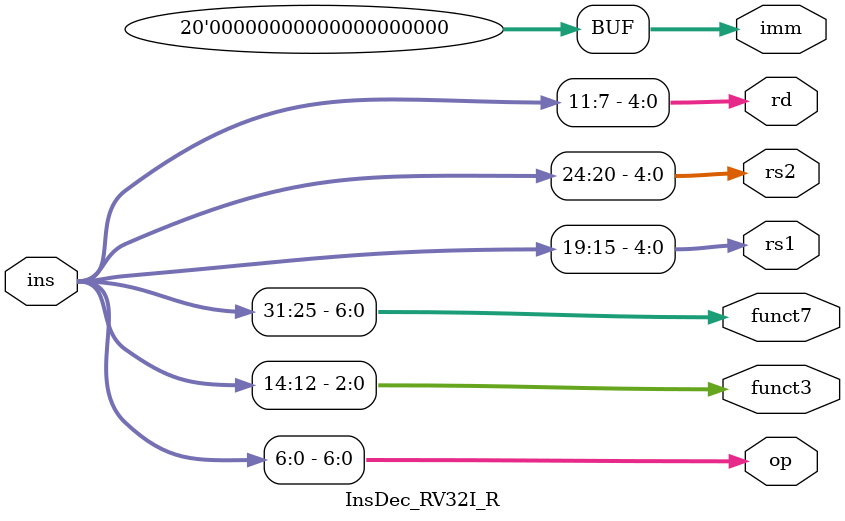
<source format=v>
module InsDec_RV32I_R(
    // 32位指令
    input wire [31:0] ins,

    // 操作码位段
    output wire [6:0] op,

    // 3位功能码位段  
    output wire [2:0] funct3,
    
    // 7位功能码位段
    output wire [6:0] funct7,
    
    // rs1地址位段
    output wire [4:0] rs1,

    // rs2地址位段
    output wire [4:0] rs2,

    // rd地址位段
    output wire [4:0] rd,

    // 立即数
    output wire [19:0] imm
);

    assign op = ins[6:0];
    assign funct3 = ins[14:12];
    assign funct7 = ins[31:25];
    assign rs1 = ins[19:15];
    assign rs2 = ins[24:20];
    assign rd = ins[11:7];
    assign imm = 20'd0;

endmodule

</source>
